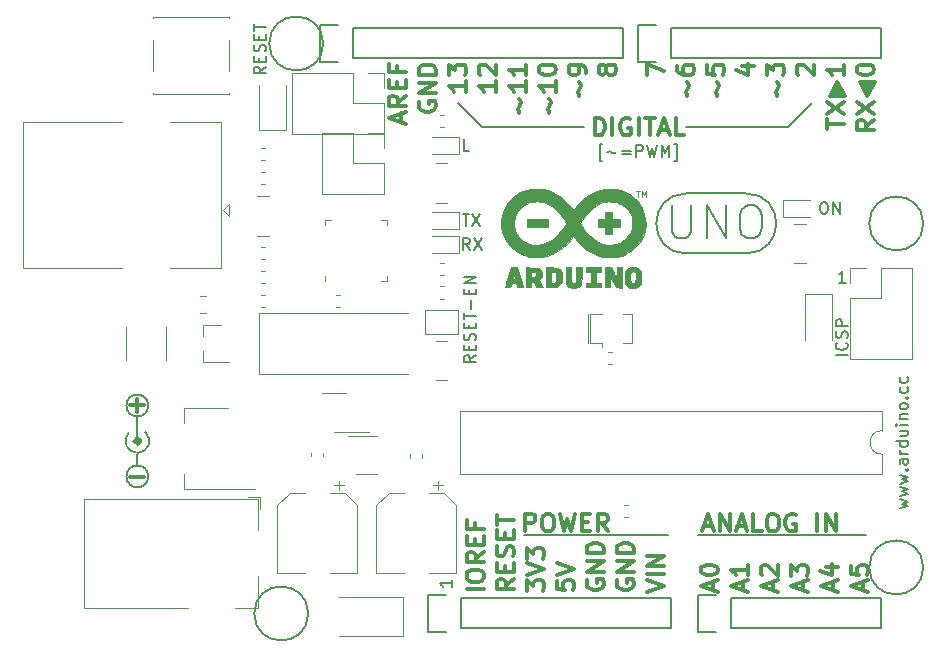
<source format=gbr>
G04 #@! TF.GenerationSoftware,KiCad,Pcbnew,5.0.2-bee76a0~70~ubuntu18.04.1*
G04 #@! TF.CreationDate,2018-12-20T19:54:29+08:00*
G04 #@! TF.ProjectId,arduino-uno,61726475-696e-46f2-9d75-6e6f2e6b6963,rev?*
G04 #@! TF.SameCoordinates,Original*
G04 #@! TF.FileFunction,Legend,Top*
G04 #@! TF.FilePolarity,Positive*
%FSLAX46Y46*%
G04 Gerber Fmt 4.6, Leading zero omitted, Abs format (unit mm)*
G04 Created by KiCad (PCBNEW 5.0.2-bee76a0~70~ubuntu18.04.1) date 2018年12月20日 星期四 19时54分29秒*
%MOMM*%
%LPD*%
G01*
G04 APERTURE LIST*
%ADD10C,0.150000*%
%ADD11C,0.300000*%
%ADD12C,0.010000*%
%ADD13C,0.120000*%
%ADD14C,0.500000*%
%ADD15C,0.125000*%
G04 APERTURE END LIST*
D10*
X164338000Y-93345000D02*
X159258000Y-93345000D01*
X159258000Y-88265000D02*
X164338000Y-88265000D01*
X164338000Y-88265000D02*
G75*
G02X164338000Y-93345000I0J-2540000D01*
G01*
X158064666Y-89271666D02*
X158064666Y-91538333D01*
X158198000Y-91805000D01*
X158331333Y-91938333D01*
X158598000Y-92071666D01*
X159131333Y-92071666D01*
X159398000Y-91938333D01*
X159531333Y-91805000D01*
X159664666Y-91538333D01*
X159664666Y-89271666D01*
X160998000Y-92071666D02*
X160998000Y-89271666D01*
X162598000Y-92071666D01*
X162598000Y-89271666D01*
X164464666Y-89271666D02*
X164998000Y-89271666D01*
X165264666Y-89405000D01*
X165531333Y-89671666D01*
X165664666Y-90205000D01*
X165664666Y-91138333D01*
X165531333Y-91671666D01*
X165264666Y-91938333D01*
X164998000Y-92071666D01*
X164464666Y-92071666D01*
X164198000Y-91938333D01*
X163931333Y-91671666D01*
X163798000Y-91138333D01*
X163798000Y-90205000D01*
X163931333Y-89671666D01*
X164198000Y-89405000D01*
X164464666Y-89271666D01*
X159258000Y-93345000D02*
G75*
G02X159258000Y-88265000I0J2540000D01*
G01*
D11*
X112204571Y-112248142D02*
X113347428Y-112248142D01*
X112204571Y-106215642D02*
X113347428Y-106215642D01*
X112776000Y-106787071D02*
X112776000Y-105644214D01*
D10*
X177331714Y-114918428D02*
X177998380Y-114727952D01*
X177522190Y-114537476D01*
X177998380Y-114347000D01*
X177331714Y-114156523D01*
X177331714Y-113870809D02*
X177998380Y-113680333D01*
X177522190Y-113489857D01*
X177998380Y-113299380D01*
X177331714Y-113108904D01*
X177331714Y-112823190D02*
X177998380Y-112632714D01*
X177522190Y-112442238D01*
X177998380Y-112251761D01*
X177331714Y-112061285D01*
X177903142Y-111680333D02*
X177950761Y-111632714D01*
X177998380Y-111680333D01*
X177950761Y-111727952D01*
X177903142Y-111680333D01*
X177998380Y-111680333D01*
X177998380Y-110775571D02*
X177474571Y-110775571D01*
X177379333Y-110823190D01*
X177331714Y-110918428D01*
X177331714Y-111108904D01*
X177379333Y-111204142D01*
X177950761Y-110775571D02*
X177998380Y-110870809D01*
X177998380Y-111108904D01*
X177950761Y-111204142D01*
X177855523Y-111251761D01*
X177760285Y-111251761D01*
X177665047Y-111204142D01*
X177617428Y-111108904D01*
X177617428Y-110870809D01*
X177569809Y-110775571D01*
X177998380Y-110299380D02*
X177331714Y-110299380D01*
X177522190Y-110299380D02*
X177426952Y-110251761D01*
X177379333Y-110204142D01*
X177331714Y-110108904D01*
X177331714Y-110013666D01*
X177998380Y-109251761D02*
X176998380Y-109251761D01*
X177950761Y-109251761D02*
X177998380Y-109347000D01*
X177998380Y-109537476D01*
X177950761Y-109632714D01*
X177903142Y-109680333D01*
X177807904Y-109727952D01*
X177522190Y-109727952D01*
X177426952Y-109680333D01*
X177379333Y-109632714D01*
X177331714Y-109537476D01*
X177331714Y-109347000D01*
X177379333Y-109251761D01*
X177331714Y-108347000D02*
X177998380Y-108347000D01*
X177331714Y-108775571D02*
X177855523Y-108775571D01*
X177950761Y-108727952D01*
X177998380Y-108632714D01*
X177998380Y-108489857D01*
X177950761Y-108394619D01*
X177903142Y-108347000D01*
X177998380Y-107870809D02*
X177331714Y-107870809D01*
X176998380Y-107870809D02*
X177046000Y-107918428D01*
X177093619Y-107870809D01*
X177046000Y-107823190D01*
X176998380Y-107870809D01*
X177093619Y-107870809D01*
X177331714Y-107394619D02*
X177998380Y-107394619D01*
X177426952Y-107394619D02*
X177379333Y-107347000D01*
X177331714Y-107251761D01*
X177331714Y-107108904D01*
X177379333Y-107013666D01*
X177474571Y-106966047D01*
X177998380Y-106966047D01*
X177998380Y-106347000D02*
X177950761Y-106442238D01*
X177903142Y-106489857D01*
X177807904Y-106537476D01*
X177522190Y-106537476D01*
X177426952Y-106489857D01*
X177379333Y-106442238D01*
X177331714Y-106347000D01*
X177331714Y-106204142D01*
X177379333Y-106108904D01*
X177426952Y-106061285D01*
X177522190Y-106013666D01*
X177807904Y-106013666D01*
X177903142Y-106061285D01*
X177950761Y-106108904D01*
X177998380Y-106204142D01*
X177998380Y-106347000D01*
X177903142Y-105585095D02*
X177950761Y-105537476D01*
X177998380Y-105585095D01*
X177950761Y-105632714D01*
X177903142Y-105585095D01*
X177998380Y-105585095D01*
X177950761Y-104680333D02*
X177998380Y-104775571D01*
X177998380Y-104966047D01*
X177950761Y-105061285D01*
X177903142Y-105108904D01*
X177807904Y-105156523D01*
X177522190Y-105156523D01*
X177426952Y-105108904D01*
X177379333Y-105061285D01*
X177331714Y-104966047D01*
X177331714Y-104775571D01*
X177379333Y-104680333D01*
X177950761Y-103823190D02*
X177998380Y-103918428D01*
X177998380Y-104108904D01*
X177950761Y-104204142D01*
X177903142Y-104251761D01*
X177807904Y-104299380D01*
X177522190Y-104299380D01*
X177426952Y-104251761D01*
X177379333Y-104204142D01*
X177331714Y-104108904D01*
X177331714Y-103918428D01*
X177379333Y-103823190D01*
X172751714Y-95829380D02*
X172180285Y-95829380D01*
X172466000Y-95829380D02*
X172466000Y-94829380D01*
X172370761Y-94972238D01*
X172275523Y-95067476D01*
X172180285Y-95115095D01*
X152170190Y-85494714D02*
X151932095Y-85494714D01*
X151932095Y-84066142D01*
X152170190Y-84066142D01*
X152551142Y-84780428D02*
X152598761Y-84732809D01*
X152741619Y-84685190D01*
X152884476Y-84732809D01*
X152979714Y-84828047D01*
X153122571Y-84875666D01*
X153265428Y-84828047D01*
X153313047Y-84780428D01*
X153789238Y-84637571D02*
X154551142Y-84637571D01*
X154551142Y-84923285D02*
X153789238Y-84923285D01*
X155027333Y-85161380D02*
X155027333Y-84161380D01*
X155408285Y-84161380D01*
X155503523Y-84209000D01*
X155551142Y-84256619D01*
X155598761Y-84351857D01*
X155598761Y-84494714D01*
X155551142Y-84589952D01*
X155503523Y-84637571D01*
X155408285Y-84685190D01*
X155027333Y-84685190D01*
X155932095Y-84161380D02*
X156170190Y-85161380D01*
X156360666Y-84447095D01*
X156551142Y-85161380D01*
X156789238Y-84161380D01*
X157170190Y-85161380D02*
X157170190Y-84161380D01*
X157503523Y-84875666D01*
X157836857Y-84161380D01*
X157836857Y-85161380D01*
X158217809Y-85494714D02*
X158455904Y-85494714D01*
X158455904Y-84066142D01*
X158217809Y-84066142D01*
X159258000Y-82677000D02*
X167894000Y-82677000D01*
X167894000Y-82677000D02*
X169926000Y-80645000D01*
D11*
X151515428Y-83355571D02*
X151515428Y-81855571D01*
X151872571Y-81855571D01*
X152086857Y-81927000D01*
X152229714Y-82069857D01*
X152301142Y-82212714D01*
X152372571Y-82498428D01*
X152372571Y-82712714D01*
X152301142Y-82998428D01*
X152229714Y-83141285D01*
X152086857Y-83284142D01*
X151872571Y-83355571D01*
X151515428Y-83355571D01*
X153015428Y-83355571D02*
X153015428Y-81855571D01*
X154515428Y-81927000D02*
X154372571Y-81855571D01*
X154158285Y-81855571D01*
X153944000Y-81927000D01*
X153801142Y-82069857D01*
X153729714Y-82212714D01*
X153658285Y-82498428D01*
X153658285Y-82712714D01*
X153729714Y-82998428D01*
X153801142Y-83141285D01*
X153944000Y-83284142D01*
X154158285Y-83355571D01*
X154301142Y-83355571D01*
X154515428Y-83284142D01*
X154586857Y-83212714D01*
X154586857Y-82712714D01*
X154301142Y-82712714D01*
X155229714Y-83355571D02*
X155229714Y-81855571D01*
X155729714Y-81855571D02*
X156586857Y-81855571D01*
X156158285Y-83355571D02*
X156158285Y-81855571D01*
X157015428Y-82927000D02*
X157729714Y-82927000D01*
X156872571Y-83355571D02*
X157372571Y-81855571D01*
X157872571Y-83355571D01*
X159086857Y-83355571D02*
X158372571Y-83355571D01*
X158372571Y-81855571D01*
D10*
X141986000Y-82677000D02*
X150622000Y-82677000D01*
X139954000Y-80645000D02*
X141986000Y-82677000D01*
D11*
X175176571Y-82062143D02*
X174462285Y-82562143D01*
X175176571Y-82919286D02*
X173676571Y-82919286D01*
X173676571Y-82347857D01*
X173748000Y-82205000D01*
X173819428Y-82133571D01*
X173962285Y-82062143D01*
X174176571Y-82062143D01*
X174319428Y-82133571D01*
X174390857Y-82205000D01*
X174462285Y-82347857D01*
X174462285Y-82919286D01*
X173676571Y-81562143D02*
X175176571Y-80562143D01*
X173676571Y-80562143D02*
X175176571Y-81562143D01*
X175176571Y-78919286D02*
X174033714Y-78919286D01*
X175105142Y-78990714D02*
X174105142Y-78990714D01*
X175105142Y-79062143D02*
X174105142Y-79062143D01*
X175033714Y-79133571D02*
X174176571Y-79133571D01*
X175033714Y-79205000D02*
X174176571Y-79205000D01*
X174962285Y-79276428D02*
X174248000Y-79276428D01*
X174962285Y-79347857D02*
X174248000Y-79347857D01*
X174890857Y-79419286D02*
X174319428Y-79419286D01*
X174819428Y-79490714D02*
X174390857Y-79490714D01*
X174819428Y-79562143D02*
X174390857Y-79562143D01*
X174748000Y-79633571D02*
X174462285Y-79633571D01*
X174748000Y-79705000D02*
X174462285Y-79705000D01*
X174605142Y-79776428D02*
X174605142Y-79847857D01*
X174676571Y-79776428D02*
X174533714Y-79776428D01*
X175176571Y-78847857D02*
X174605142Y-79919286D01*
X174033714Y-78847857D01*
X174605142Y-79990714D02*
X173962285Y-78847857D01*
X175248000Y-78847857D01*
X174605142Y-79990714D01*
X173676571Y-77847857D02*
X173676571Y-77705000D01*
X173748000Y-77562143D01*
X173819428Y-77490714D01*
X173962285Y-77419286D01*
X174248000Y-77347857D01*
X174605142Y-77347857D01*
X174890857Y-77419286D01*
X175033714Y-77490714D01*
X175105142Y-77562143D01*
X175176571Y-77705000D01*
X175176571Y-77847857D01*
X175105142Y-77990714D01*
X175033714Y-78062143D01*
X174890857Y-78133571D01*
X174605142Y-78205000D01*
X174248000Y-78205000D01*
X173962285Y-78133571D01*
X173819428Y-78062143D01*
X173748000Y-77990714D01*
X173676571Y-77847857D01*
X171136571Y-82776429D02*
X171136571Y-81919286D01*
X172636571Y-82347857D02*
X171136571Y-82347857D01*
X171136571Y-81562143D02*
X172636571Y-80562143D01*
X171136571Y-80562143D02*
X172636571Y-81562143D01*
X171493714Y-79919286D02*
X172636571Y-79919286D01*
X171565142Y-79847857D02*
X172565142Y-79847857D01*
X171565142Y-79776429D02*
X172565142Y-79776429D01*
X171636571Y-79705000D02*
X172493714Y-79705000D01*
X171636571Y-79633572D02*
X172493714Y-79633572D01*
X171708000Y-79562143D02*
X172422285Y-79562143D01*
X171708000Y-79490715D02*
X172422285Y-79490715D01*
X171779428Y-79419286D02*
X172350857Y-79419286D01*
X171850857Y-79347857D02*
X172279428Y-79347857D01*
X171850857Y-79276429D02*
X172279428Y-79276429D01*
X171922285Y-79205000D02*
X172208000Y-79205000D01*
X171922285Y-79133572D02*
X172208000Y-79133572D01*
X172065142Y-79062143D02*
X172065142Y-78990715D01*
X171993714Y-79062143D02*
X172136571Y-79062143D01*
X171493714Y-79990715D02*
X172065142Y-78919286D01*
X172636571Y-79990715D01*
X172065142Y-78847857D02*
X172708000Y-79990715D01*
X171422285Y-79990715D01*
X172065142Y-78847857D01*
X172636571Y-77347857D02*
X172636571Y-78205000D01*
X172636571Y-77776429D02*
X171136571Y-77776429D01*
X171350857Y-77919286D01*
X171493714Y-78062143D01*
X171565142Y-78205000D01*
X168739428Y-78205000D02*
X168668000Y-78133571D01*
X168596571Y-77990714D01*
X168596571Y-77633571D01*
X168668000Y-77490714D01*
X168739428Y-77419286D01*
X168882285Y-77347857D01*
X169025142Y-77347857D01*
X169239428Y-77419286D01*
X170096571Y-78276429D01*
X170096571Y-77347857D01*
X166985142Y-79990714D02*
X166913714Y-79919285D01*
X166842285Y-79705000D01*
X166913714Y-79490714D01*
X167056571Y-79347857D01*
X167128000Y-79133571D01*
X167056571Y-78919285D01*
X166985142Y-78847857D01*
X166056571Y-78276428D02*
X166056571Y-77347857D01*
X166628000Y-77847857D01*
X166628000Y-77633571D01*
X166699428Y-77490714D01*
X166770857Y-77419285D01*
X166913714Y-77347857D01*
X167270857Y-77347857D01*
X167413714Y-77419285D01*
X167485142Y-77490714D01*
X167556571Y-77633571D01*
X167556571Y-78062142D01*
X167485142Y-78205000D01*
X167413714Y-78276428D01*
X164016571Y-77490714D02*
X165016571Y-77490714D01*
X163445142Y-77847857D02*
X164516571Y-78205000D01*
X164516571Y-77276429D01*
X161905142Y-79990714D02*
X161833714Y-79919285D01*
X161762285Y-79705000D01*
X161833714Y-79490714D01*
X161976571Y-79347857D01*
X162048000Y-79133571D01*
X161976571Y-78919285D01*
X161905142Y-78847857D01*
X160976571Y-77419285D02*
X160976571Y-78133571D01*
X161690857Y-78205000D01*
X161619428Y-78133571D01*
X161548000Y-77990714D01*
X161548000Y-77633571D01*
X161619428Y-77490714D01*
X161690857Y-77419285D01*
X161833714Y-77347857D01*
X162190857Y-77347857D01*
X162333714Y-77419285D01*
X162405142Y-77490714D01*
X162476571Y-77633571D01*
X162476571Y-77990714D01*
X162405142Y-78133571D01*
X162333714Y-78205000D01*
X159365142Y-79990714D02*
X159293714Y-79919285D01*
X159222285Y-79705000D01*
X159293714Y-79490714D01*
X159436571Y-79347857D01*
X159508000Y-79133571D01*
X159436571Y-78919285D01*
X159365142Y-78847857D01*
X158436571Y-77490714D02*
X158436571Y-77776428D01*
X158508000Y-77919285D01*
X158579428Y-77990714D01*
X158793714Y-78133571D01*
X159079428Y-78205000D01*
X159650857Y-78205000D01*
X159793714Y-78133571D01*
X159865142Y-78062142D01*
X159936571Y-77919285D01*
X159936571Y-77633571D01*
X159865142Y-77490714D01*
X159793714Y-77419285D01*
X159650857Y-77347857D01*
X159293714Y-77347857D01*
X159150857Y-77419285D01*
X159079428Y-77490714D01*
X159008000Y-77633571D01*
X159008000Y-77919285D01*
X159079428Y-78062142D01*
X159150857Y-78133571D01*
X159293714Y-78205000D01*
X155896571Y-78276429D02*
X155896571Y-77276429D01*
X157396571Y-77919286D01*
X152475428Y-77919286D02*
X152404000Y-78062143D01*
X152332571Y-78133571D01*
X152189714Y-78205000D01*
X152118285Y-78205000D01*
X151975428Y-78133571D01*
X151904000Y-78062143D01*
X151832571Y-77919286D01*
X151832571Y-77633571D01*
X151904000Y-77490714D01*
X151975428Y-77419286D01*
X152118285Y-77347857D01*
X152189714Y-77347857D01*
X152332571Y-77419286D01*
X152404000Y-77490714D01*
X152475428Y-77633571D01*
X152475428Y-77919286D01*
X152546857Y-78062143D01*
X152618285Y-78133571D01*
X152761142Y-78205000D01*
X153046857Y-78205000D01*
X153189714Y-78133571D01*
X153261142Y-78062143D01*
X153332571Y-77919286D01*
X153332571Y-77633571D01*
X153261142Y-77490714D01*
X153189714Y-77419286D01*
X153046857Y-77347857D01*
X152761142Y-77347857D01*
X152618285Y-77419286D01*
X152546857Y-77490714D01*
X152475428Y-77633571D01*
X150221142Y-79990714D02*
X150149714Y-79919285D01*
X150078285Y-79705000D01*
X150149714Y-79490714D01*
X150292571Y-79347857D01*
X150364000Y-79133571D01*
X150292571Y-78919285D01*
X150221142Y-78847857D01*
X150792571Y-78062142D02*
X150792571Y-77776428D01*
X150721142Y-77633571D01*
X150649714Y-77562142D01*
X150435428Y-77419285D01*
X150149714Y-77347857D01*
X149578285Y-77347857D01*
X149435428Y-77419285D01*
X149364000Y-77490714D01*
X149292571Y-77633571D01*
X149292571Y-77919285D01*
X149364000Y-78062142D01*
X149435428Y-78133571D01*
X149578285Y-78205000D01*
X149935428Y-78205000D01*
X150078285Y-78133571D01*
X150149714Y-78062142D01*
X150221142Y-77919285D01*
X150221142Y-77633571D01*
X150149714Y-77490714D01*
X150078285Y-77419285D01*
X149935428Y-77347857D01*
X147681142Y-81419286D02*
X147609714Y-81347857D01*
X147538285Y-81133571D01*
X147609714Y-80919286D01*
X147752571Y-80776428D01*
X147824000Y-80562143D01*
X147752571Y-80347857D01*
X147681142Y-80276428D01*
X148252571Y-78776428D02*
X148252571Y-79633571D01*
X148252571Y-79205000D02*
X146752571Y-79205000D01*
X146966857Y-79347857D01*
X147109714Y-79490714D01*
X147181142Y-79633571D01*
X146752571Y-77847857D02*
X146752571Y-77705000D01*
X146824000Y-77562143D01*
X146895428Y-77490714D01*
X147038285Y-77419286D01*
X147324000Y-77347857D01*
X147681142Y-77347857D01*
X147966857Y-77419286D01*
X148109714Y-77490714D01*
X148181142Y-77562143D01*
X148252571Y-77705000D01*
X148252571Y-77847857D01*
X148181142Y-77990714D01*
X148109714Y-78062143D01*
X147966857Y-78133571D01*
X147681142Y-78205000D01*
X147324000Y-78205000D01*
X147038285Y-78133571D01*
X146895428Y-78062143D01*
X146824000Y-77990714D01*
X146752571Y-77847857D01*
X145141142Y-81419286D02*
X145069714Y-81347857D01*
X144998285Y-81133571D01*
X145069714Y-80919286D01*
X145212571Y-80776428D01*
X145284000Y-80562143D01*
X145212571Y-80347857D01*
X145141142Y-80276428D01*
X145712571Y-78776428D02*
X145712571Y-79633571D01*
X145712571Y-79205000D02*
X144212571Y-79205000D01*
X144426857Y-79347857D01*
X144569714Y-79490714D01*
X144641142Y-79633571D01*
X145712571Y-77347857D02*
X145712571Y-78205000D01*
X145712571Y-77776428D02*
X144212571Y-77776428D01*
X144426857Y-77919286D01*
X144569714Y-78062143D01*
X144641142Y-78205000D01*
X143172571Y-78776429D02*
X143172571Y-79633572D01*
X143172571Y-79205000D02*
X141672571Y-79205000D01*
X141886857Y-79347857D01*
X142029714Y-79490715D01*
X142101142Y-79633572D01*
X141815428Y-78205000D02*
X141744000Y-78133572D01*
X141672571Y-77990715D01*
X141672571Y-77633572D01*
X141744000Y-77490715D01*
X141815428Y-77419286D01*
X141958285Y-77347857D01*
X142101142Y-77347857D01*
X142315428Y-77419286D01*
X143172571Y-78276429D01*
X143172571Y-77347857D01*
X140632571Y-78776429D02*
X140632571Y-79633572D01*
X140632571Y-79205000D02*
X139132571Y-79205000D01*
X139346857Y-79347857D01*
X139489714Y-79490715D01*
X139561142Y-79633572D01*
X139132571Y-78276429D02*
X139132571Y-77347857D01*
X139704000Y-77847857D01*
X139704000Y-77633572D01*
X139775428Y-77490715D01*
X139846857Y-77419286D01*
X139989714Y-77347857D01*
X140346857Y-77347857D01*
X140489714Y-77419286D01*
X140561142Y-77490715D01*
X140632571Y-77633572D01*
X140632571Y-78062143D01*
X140561142Y-78205000D01*
X140489714Y-78276429D01*
X136664000Y-80490715D02*
X136592571Y-80633572D01*
X136592571Y-80847858D01*
X136664000Y-81062143D01*
X136806857Y-81205000D01*
X136949714Y-81276429D01*
X137235428Y-81347858D01*
X137449714Y-81347858D01*
X137735428Y-81276429D01*
X137878285Y-81205000D01*
X138021142Y-81062143D01*
X138092571Y-80847858D01*
X138092571Y-80705000D01*
X138021142Y-80490715D01*
X137949714Y-80419286D01*
X137449714Y-80419286D01*
X137449714Y-80705000D01*
X138092571Y-79776429D02*
X136592571Y-79776429D01*
X138092571Y-78919286D01*
X136592571Y-78919286D01*
X138092571Y-78205000D02*
X136592571Y-78205000D01*
X136592571Y-77847858D01*
X136664000Y-77633572D01*
X136806857Y-77490715D01*
X136949714Y-77419286D01*
X137235428Y-77347858D01*
X137449714Y-77347858D01*
X137735428Y-77419286D01*
X137878285Y-77490715D01*
X138021142Y-77633572D01*
X138092571Y-77847858D01*
X138092571Y-78205000D01*
X135124000Y-82205000D02*
X135124000Y-81490714D01*
X135552571Y-82347857D02*
X134052571Y-81847857D01*
X135552571Y-81347857D01*
X135552571Y-79990714D02*
X134838285Y-80490714D01*
X135552571Y-80847857D02*
X134052571Y-80847857D01*
X134052571Y-80276429D01*
X134124000Y-80133571D01*
X134195428Y-80062143D01*
X134338285Y-79990714D01*
X134552571Y-79990714D01*
X134695428Y-80062143D01*
X134766857Y-80133571D01*
X134838285Y-80276429D01*
X134838285Y-80847857D01*
X134766857Y-79347857D02*
X134766857Y-78847857D01*
X135552571Y-78633571D02*
X135552571Y-79347857D01*
X134052571Y-79347857D01*
X134052571Y-78633571D01*
X134766857Y-77490714D02*
X134766857Y-77990714D01*
X135552571Y-77990714D02*
X134052571Y-77990714D01*
X134052571Y-77276429D01*
D10*
X160274000Y-117221000D02*
X174498000Y-117221000D01*
D11*
X160727142Y-116455000D02*
X161441428Y-116455000D01*
X160584285Y-116883571D02*
X161084285Y-115383571D01*
X161584285Y-116883571D01*
X162084285Y-116883571D02*
X162084285Y-115383571D01*
X162941428Y-116883571D01*
X162941428Y-115383571D01*
X163584285Y-116455000D02*
X164298571Y-116455000D01*
X163441428Y-116883571D02*
X163941428Y-115383571D01*
X164441428Y-116883571D01*
X165655714Y-116883571D02*
X164941428Y-116883571D01*
X164941428Y-115383571D01*
X166441428Y-115383571D02*
X166727142Y-115383571D01*
X166870000Y-115455000D01*
X167012857Y-115597857D01*
X167084285Y-115883571D01*
X167084285Y-116383571D01*
X167012857Y-116669285D01*
X166870000Y-116812142D01*
X166727142Y-116883571D01*
X166441428Y-116883571D01*
X166298571Y-116812142D01*
X166155714Y-116669285D01*
X166084285Y-116383571D01*
X166084285Y-115883571D01*
X166155714Y-115597857D01*
X166298571Y-115455000D01*
X166441428Y-115383571D01*
X168512857Y-115455000D02*
X168370000Y-115383571D01*
X168155714Y-115383571D01*
X167941428Y-115455000D01*
X167798571Y-115597857D01*
X167727142Y-115740714D01*
X167655714Y-116026428D01*
X167655714Y-116240714D01*
X167727142Y-116526428D01*
X167798571Y-116669285D01*
X167941428Y-116812142D01*
X168155714Y-116883571D01*
X168298571Y-116883571D01*
X168512857Y-116812142D01*
X168584285Y-116740714D01*
X168584285Y-116240714D01*
X168298571Y-116240714D01*
X170370000Y-116883571D02*
X170370000Y-115383571D01*
X171084285Y-116883571D02*
X171084285Y-115383571D01*
X171941428Y-116883571D01*
X171941428Y-115383571D01*
D10*
X145542000Y-117221000D02*
X157734000Y-117221000D01*
D11*
X145633714Y-116883571D02*
X145633714Y-115383571D01*
X146205142Y-115383571D01*
X146348000Y-115455000D01*
X146419428Y-115526428D01*
X146490857Y-115669285D01*
X146490857Y-115883571D01*
X146419428Y-116026428D01*
X146348000Y-116097857D01*
X146205142Y-116169285D01*
X145633714Y-116169285D01*
X147419428Y-115383571D02*
X147705142Y-115383571D01*
X147848000Y-115455000D01*
X147990857Y-115597857D01*
X148062285Y-115883571D01*
X148062285Y-116383571D01*
X147990857Y-116669285D01*
X147848000Y-116812142D01*
X147705142Y-116883571D01*
X147419428Y-116883571D01*
X147276571Y-116812142D01*
X147133714Y-116669285D01*
X147062285Y-116383571D01*
X147062285Y-115883571D01*
X147133714Y-115597857D01*
X147276571Y-115455000D01*
X147419428Y-115383571D01*
X148562285Y-115383571D02*
X148919428Y-116883571D01*
X149205142Y-115812142D01*
X149490857Y-116883571D01*
X149848000Y-115383571D01*
X150419428Y-116097857D02*
X150919428Y-116097857D01*
X151133714Y-116883571D02*
X150419428Y-116883571D01*
X150419428Y-115383571D01*
X151133714Y-115383571D01*
X152633714Y-116883571D02*
X152133714Y-116169285D01*
X151776571Y-116883571D02*
X151776571Y-115383571D01*
X152348000Y-115383571D01*
X152490857Y-115455000D01*
X152562285Y-115526428D01*
X152633714Y-115669285D01*
X152633714Y-115883571D01*
X152562285Y-116026428D01*
X152490857Y-116097857D01*
X152348000Y-116169285D01*
X151776571Y-116169285D01*
X174240000Y-121852142D02*
X174240000Y-121137856D01*
X174668571Y-121994999D02*
X173168571Y-121494999D01*
X174668571Y-120994999D01*
X173168571Y-119780714D02*
X173168571Y-120494999D01*
X173882857Y-120566428D01*
X173811428Y-120494999D01*
X173740000Y-120352142D01*
X173740000Y-119994999D01*
X173811428Y-119852142D01*
X173882857Y-119780714D01*
X174025714Y-119709285D01*
X174382857Y-119709285D01*
X174525714Y-119780714D01*
X174597142Y-119852142D01*
X174668571Y-119994999D01*
X174668571Y-120352142D01*
X174597142Y-120494999D01*
X174525714Y-120566428D01*
X171700000Y-121852142D02*
X171700000Y-121137856D01*
X172128571Y-121994999D02*
X170628571Y-121494999D01*
X172128571Y-120994999D01*
X171128571Y-119852142D02*
X172128571Y-119852142D01*
X170557142Y-120209285D02*
X171628571Y-120566428D01*
X171628571Y-119637856D01*
X169160000Y-121852142D02*
X169160000Y-121137856D01*
X169588571Y-121994999D02*
X168088571Y-121494999D01*
X169588571Y-120994999D01*
X168088571Y-120637856D02*
X168088571Y-119709285D01*
X168660000Y-120209285D01*
X168660000Y-119994999D01*
X168731428Y-119852142D01*
X168802857Y-119780714D01*
X168945714Y-119709285D01*
X169302857Y-119709285D01*
X169445714Y-119780714D01*
X169517142Y-119852142D01*
X169588571Y-119994999D01*
X169588571Y-120423571D01*
X169517142Y-120566428D01*
X169445714Y-120637856D01*
X166620000Y-121852142D02*
X166620000Y-121137856D01*
X167048571Y-121994999D02*
X165548571Y-121494999D01*
X167048571Y-120994999D01*
X165691428Y-120566428D02*
X165620000Y-120494999D01*
X165548571Y-120352142D01*
X165548571Y-119994999D01*
X165620000Y-119852142D01*
X165691428Y-119780714D01*
X165834285Y-119709285D01*
X165977142Y-119709285D01*
X166191428Y-119780714D01*
X167048571Y-120637856D01*
X167048571Y-119709285D01*
X164080000Y-121852142D02*
X164080000Y-121137856D01*
X164508571Y-121994999D02*
X163008571Y-121494999D01*
X164508571Y-120994999D01*
X164508571Y-119709285D02*
X164508571Y-120566428D01*
X164508571Y-120137856D02*
X163008571Y-120137856D01*
X163222857Y-120280714D01*
X163365714Y-120423571D01*
X163437142Y-120566428D01*
X161540000Y-121852142D02*
X161540000Y-121137856D01*
X161968571Y-121994999D02*
X160468571Y-121494999D01*
X161968571Y-120994999D01*
X160468571Y-120209285D02*
X160468571Y-120066428D01*
X160540000Y-119923571D01*
X160611428Y-119852142D01*
X160754285Y-119780714D01*
X161040000Y-119709285D01*
X161397142Y-119709285D01*
X161682857Y-119780714D01*
X161825714Y-119852142D01*
X161897142Y-119923571D01*
X161968571Y-120066428D01*
X161968571Y-120209285D01*
X161897142Y-120352142D01*
X161825714Y-120423571D01*
X161682857Y-120494999D01*
X161397142Y-120566428D01*
X161040000Y-120566428D01*
X160754285Y-120494999D01*
X160611428Y-120423571D01*
X160540000Y-120352142D01*
X160468571Y-120209285D01*
X155896571Y-121995000D02*
X157396571Y-121495000D01*
X155896571Y-120995000D01*
X157396571Y-120495000D02*
X155896571Y-120495000D01*
X157396571Y-119780714D02*
X155896571Y-119780714D01*
X157396571Y-118923571D01*
X155896571Y-118923571D01*
X153428000Y-120995000D02*
X153356571Y-121137857D01*
X153356571Y-121352143D01*
X153428000Y-121566428D01*
X153570857Y-121709285D01*
X153713714Y-121780714D01*
X153999428Y-121852143D01*
X154213714Y-121852143D01*
X154499428Y-121780714D01*
X154642285Y-121709285D01*
X154785142Y-121566428D01*
X154856571Y-121352143D01*
X154856571Y-121209285D01*
X154785142Y-120995000D01*
X154713714Y-120923571D01*
X154213714Y-120923571D01*
X154213714Y-121209285D01*
X154856571Y-120280714D02*
X153356571Y-120280714D01*
X154856571Y-119423571D01*
X153356571Y-119423571D01*
X154856571Y-118709285D02*
X153356571Y-118709285D01*
X153356571Y-118352143D01*
X153428000Y-118137857D01*
X153570857Y-117995000D01*
X153713714Y-117923571D01*
X153999428Y-117852143D01*
X154213714Y-117852143D01*
X154499428Y-117923571D01*
X154642285Y-117995000D01*
X154785142Y-118137857D01*
X154856571Y-118352143D01*
X154856571Y-118709285D01*
X150888000Y-120995000D02*
X150816571Y-121137857D01*
X150816571Y-121352143D01*
X150888000Y-121566428D01*
X151030857Y-121709285D01*
X151173714Y-121780714D01*
X151459428Y-121852143D01*
X151673714Y-121852143D01*
X151959428Y-121780714D01*
X152102285Y-121709285D01*
X152245142Y-121566428D01*
X152316571Y-121352143D01*
X152316571Y-121209285D01*
X152245142Y-120995000D01*
X152173714Y-120923571D01*
X151673714Y-120923571D01*
X151673714Y-121209285D01*
X152316571Y-120280714D02*
X150816571Y-120280714D01*
X152316571Y-119423571D01*
X150816571Y-119423571D01*
X152316571Y-118709285D02*
X150816571Y-118709285D01*
X150816571Y-118352143D01*
X150888000Y-118137857D01*
X151030857Y-117995000D01*
X151173714Y-117923571D01*
X151459428Y-117852143D01*
X151673714Y-117852143D01*
X151959428Y-117923571D01*
X152102285Y-117995000D01*
X152245142Y-118137857D01*
X152316571Y-118352143D01*
X152316571Y-118709285D01*
X148276571Y-121066428D02*
X148276571Y-121780714D01*
X148990857Y-121852142D01*
X148919428Y-121780714D01*
X148848000Y-121637856D01*
X148848000Y-121280714D01*
X148919428Y-121137856D01*
X148990857Y-121066428D01*
X149133714Y-120994999D01*
X149490857Y-120994999D01*
X149633714Y-121066428D01*
X149705142Y-121137856D01*
X149776571Y-121280714D01*
X149776571Y-121637856D01*
X149705142Y-121780714D01*
X149633714Y-121852142D01*
X148276571Y-120566428D02*
X149776571Y-120066428D01*
X148276571Y-119566428D01*
X145736571Y-121923571D02*
X145736571Y-120995000D01*
X146308000Y-121495000D01*
X146308000Y-121280714D01*
X146379428Y-121137857D01*
X146450857Y-121066429D01*
X146593714Y-120995000D01*
X146950857Y-120995000D01*
X147093714Y-121066429D01*
X147165142Y-121137857D01*
X147236571Y-121280714D01*
X147236571Y-121709286D01*
X147165142Y-121852143D01*
X147093714Y-121923571D01*
X145736571Y-120566429D02*
X147236571Y-120066429D01*
X145736571Y-119566429D01*
X145736571Y-119209286D02*
X145736571Y-118280714D01*
X146308000Y-118780714D01*
X146308000Y-118566429D01*
X146379428Y-118423571D01*
X146450857Y-118352143D01*
X146593714Y-118280714D01*
X146950857Y-118280714D01*
X147093714Y-118352143D01*
X147165142Y-118423571D01*
X147236571Y-118566429D01*
X147236571Y-118995000D01*
X147165142Y-119137857D01*
X147093714Y-119209286D01*
X144696571Y-120923571D02*
X143982285Y-121423571D01*
X144696571Y-121780714D02*
X143196571Y-121780714D01*
X143196571Y-121209285D01*
X143268000Y-121066428D01*
X143339428Y-120995000D01*
X143482285Y-120923571D01*
X143696571Y-120923571D01*
X143839428Y-120995000D01*
X143910857Y-121066428D01*
X143982285Y-121209285D01*
X143982285Y-121780714D01*
X143910857Y-120280714D02*
X143910857Y-119780714D01*
X144696571Y-119566428D02*
X144696571Y-120280714D01*
X143196571Y-120280714D01*
X143196571Y-119566428D01*
X144625142Y-118995000D02*
X144696571Y-118780714D01*
X144696571Y-118423571D01*
X144625142Y-118280714D01*
X144553714Y-118209285D01*
X144410857Y-118137857D01*
X144268000Y-118137857D01*
X144125142Y-118209285D01*
X144053714Y-118280714D01*
X143982285Y-118423571D01*
X143910857Y-118709285D01*
X143839428Y-118852142D01*
X143768000Y-118923571D01*
X143625142Y-118995000D01*
X143482285Y-118995000D01*
X143339428Y-118923571D01*
X143268000Y-118852142D01*
X143196571Y-118709285D01*
X143196571Y-118352142D01*
X143268000Y-118137857D01*
X143910857Y-117495000D02*
X143910857Y-116995000D01*
X144696571Y-116780714D02*
X144696571Y-117495000D01*
X143196571Y-117495000D01*
X143196571Y-116780714D01*
X143196571Y-116352142D02*
X143196571Y-115495000D01*
X144696571Y-115923571D02*
X143196571Y-115923571D01*
X142156571Y-121780714D02*
X140656571Y-121780714D01*
X140656571Y-120780714D02*
X140656571Y-120495000D01*
X140728000Y-120352143D01*
X140870857Y-120209286D01*
X141156571Y-120137857D01*
X141656571Y-120137857D01*
X141942285Y-120209286D01*
X142085142Y-120352143D01*
X142156571Y-120495000D01*
X142156571Y-120780714D01*
X142085142Y-120923572D01*
X141942285Y-121066429D01*
X141656571Y-121137857D01*
X141156571Y-121137857D01*
X140870857Y-121066429D01*
X140728000Y-120923572D01*
X140656571Y-120780714D01*
X142156571Y-118637857D02*
X141442285Y-119137857D01*
X142156571Y-119495000D02*
X140656571Y-119495000D01*
X140656571Y-118923572D01*
X140728000Y-118780714D01*
X140799428Y-118709286D01*
X140942285Y-118637857D01*
X141156571Y-118637857D01*
X141299428Y-118709286D01*
X141370857Y-118780714D01*
X141442285Y-118923572D01*
X141442285Y-119495000D01*
X141370857Y-117995000D02*
X141370857Y-117495000D01*
X142156571Y-117280714D02*
X142156571Y-117995000D01*
X140656571Y-117995000D01*
X140656571Y-117280714D01*
X141370857Y-116137857D02*
X141370857Y-116637857D01*
X142156571Y-116637857D02*
X140656571Y-116637857D01*
X140656571Y-115923572D01*
D10*
X139390380Y-120999285D02*
X139390380Y-121570714D01*
X139390380Y-121285000D02*
X138390380Y-121285000D01*
X138533238Y-121380238D01*
X138628476Y-121475476D01*
X138676095Y-121570714D01*
D12*
G04 #@! TO.C,G1*
G36*
X152992666Y-90466333D02*
X153627666Y-90466333D01*
X153627666Y-91101333D01*
X152992666Y-91101333D01*
X152992666Y-91694000D01*
X152400000Y-91694000D01*
X152400000Y-91101333D01*
X151765000Y-91101333D01*
X151765000Y-90466333D01*
X152400000Y-90466333D01*
X152400000Y-89873667D01*
X152992666Y-89873667D01*
X152992666Y-90466333D01*
X152992666Y-90466333D01*
G37*
X152992666Y-90466333D02*
X153627666Y-90466333D01*
X153627666Y-91101333D01*
X152992666Y-91101333D01*
X152992666Y-91694000D01*
X152400000Y-91694000D01*
X152400000Y-91101333D01*
X151765000Y-91101333D01*
X151765000Y-90466333D01*
X152400000Y-90466333D01*
X152400000Y-89873667D01*
X152992666Y-89873667D01*
X152992666Y-90466333D01*
G36*
X147574000Y-91101333D02*
X145753666Y-91101333D01*
X145753666Y-90466333D01*
X147574000Y-90466333D01*
X147574000Y-91101333D01*
X147574000Y-91101333D01*
G37*
X147574000Y-91101333D02*
X145753666Y-91101333D01*
X145753666Y-90466333D01*
X147574000Y-90466333D01*
X147574000Y-91101333D01*
G36*
X147105047Y-87893714D02*
X147587592Y-88009613D01*
X148059765Y-88200362D01*
X148513892Y-88466260D01*
X148678600Y-88585891D01*
X148821186Y-88705622D01*
X148988278Y-88861628D01*
X149163385Y-89036735D01*
X149330018Y-89213768D01*
X149471687Y-89375550D01*
X149571901Y-89504906D01*
X149594341Y-89539696D01*
X149649244Y-89622021D01*
X149686978Y-89659986D01*
X149689210Y-89660297D01*
X149723437Y-89627930D01*
X149793318Y-89543884D01*
X149884899Y-89425092D01*
X149902333Y-89401701D01*
X150245354Y-88999417D01*
X150635021Y-88649042D01*
X151061151Y-88355654D01*
X151513562Y-88124335D01*
X151982070Y-87960164D01*
X152456494Y-87868223D01*
X152926650Y-87853591D01*
X152995760Y-87858344D01*
X153333177Y-87900342D01*
X153640446Y-87972829D01*
X153950828Y-88085319D01*
X154219413Y-88208389D01*
X154430946Y-88319122D01*
X154603141Y-88429119D01*
X154765885Y-88560086D01*
X154949062Y-88733729D01*
X154966127Y-88750746D01*
X155139962Y-88931819D01*
X155269118Y-89088066D01*
X155374388Y-89248347D01*
X155476564Y-89441523D01*
X155502715Y-89495523D01*
X155689002Y-89963733D01*
X155792970Y-90422410D01*
X155815167Y-90879392D01*
X155756138Y-91342517D01*
X155656862Y-91704704D01*
X155483370Y-92099482D01*
X155238223Y-92475263D01*
X154934305Y-92817703D01*
X154584499Y-93112456D01*
X154201690Y-93345178D01*
X154169191Y-93361087D01*
X153789439Y-93521963D01*
X153431445Y-93623326D01*
X153063801Y-93671556D01*
X152655098Y-93673032D01*
X152637207Y-93672196D01*
X152113996Y-93609218D01*
X151624425Y-93470617D01*
X151158649Y-93253074D01*
X150881550Y-93079875D01*
X150690878Y-92933202D01*
X150473145Y-92740572D01*
X150251349Y-92524308D01*
X150048490Y-92306734D01*
X149901018Y-92128119D01*
X149700532Y-91863739D01*
X149517171Y-92106953D01*
X149210925Y-92467097D01*
X148860365Y-92800379D01*
X148484263Y-93091630D01*
X148101393Y-93325680D01*
X147877406Y-93431854D01*
X147479777Y-93563833D01*
X147047017Y-93647669D01*
X146605997Y-93680743D01*
X146183588Y-93660438D01*
X145944166Y-93620195D01*
X145499958Y-93492416D01*
X145109353Y-93314905D01*
X144751353Y-93076051D01*
X144415510Y-92774895D01*
X144092229Y-92392768D01*
X143844940Y-91974122D01*
X143674513Y-91520481D01*
X143654214Y-91443868D01*
X143609388Y-91169813D01*
X143594109Y-90848123D01*
X143602294Y-90631490D01*
X144660710Y-90631490D01*
X144668182Y-90985958D01*
X144746391Y-91323589D01*
X144888391Y-91637252D01*
X145087235Y-91919812D01*
X145335977Y-92164138D01*
X145627673Y-92363097D01*
X145955376Y-92509555D01*
X146312141Y-92596380D01*
X146691021Y-92616440D01*
X146986138Y-92583263D01*
X147131065Y-92544237D01*
X147317003Y-92477231D01*
X147510547Y-92394650D01*
X147568839Y-92366859D01*
X147887502Y-92175534D01*
X148207462Y-91919512D01*
X148509480Y-91616236D01*
X148774316Y-91283149D01*
X148791480Y-91258418D01*
X148921321Y-91069963D01*
X149008095Y-90934429D01*
X149053660Y-90832971D01*
X149058196Y-90770029D01*
X150288646Y-90770029D01*
X150421056Y-90988598D01*
X150721171Y-91425837D01*
X151054030Y-91804549D01*
X151411194Y-92116414D01*
X151784225Y-92353110D01*
X151826375Y-92374452D01*
X152190848Y-92526175D01*
X152533838Y-92606355D01*
X152874784Y-92617569D01*
X153233124Y-92562396D01*
X153236894Y-92561510D01*
X153626668Y-92428959D01*
X153969429Y-92228225D01*
X154259594Y-91963686D01*
X154491578Y-91639719D01*
X154548028Y-91533553D01*
X154619468Y-91384779D01*
X154665536Y-91268483D01*
X154691785Y-91157799D01*
X154703770Y-91025865D01*
X154707048Y-90845815D01*
X154707166Y-90763972D01*
X154705431Y-90558040D01*
X154696861Y-90410595D01*
X154676412Y-90295477D01*
X154639038Y-90186525D01*
X154579694Y-90057578D01*
X154565250Y-90028114D01*
X154353416Y-89692375D01*
X154074441Y-89405637D01*
X153733648Y-89173110D01*
X153644035Y-89126337D01*
X153488802Y-89052394D01*
X153364393Y-89004217D01*
X153242703Y-88975385D01*
X153095629Y-88959474D01*
X152895066Y-88950063D01*
X152868699Y-88949154D01*
X152643380Y-88944891D01*
X152473990Y-88951935D01*
X152332196Y-88973310D01*
X152189666Y-89012042D01*
X152146000Y-89026332D01*
X151738322Y-89206673D01*
X151349715Y-89465557D01*
X150985955Y-89797910D01*
X150652821Y-90198660D01*
X150432799Y-90530639D01*
X150288646Y-90770029D01*
X149058196Y-90770029D01*
X149059874Y-90746745D01*
X149028596Y-90656907D01*
X148961684Y-90544614D01*
X148874912Y-90412424D01*
X148571790Y-89999881D01*
X148241183Y-89645975D01*
X147891133Y-89357503D01*
X147529685Y-89141260D01*
X147230183Y-89022531D01*
X146934496Y-88961249D01*
X146609945Y-88941634D01*
X146285215Y-88962455D01*
X145988987Y-89022485D01*
X145823377Y-89082823D01*
X145452365Y-89291759D01*
X145148854Y-89549601D01*
X144914552Y-89854495D01*
X144751169Y-90204592D01*
X144730919Y-90267318D01*
X144660710Y-90631490D01*
X143602294Y-90631490D01*
X143606919Y-90509108D01*
X143646360Y-90183073D01*
X143710974Y-89900327D01*
X143731470Y-89838335D01*
X143887969Y-89469174D01*
X144081190Y-89148984D01*
X144330668Y-88847053D01*
X144421587Y-88753254D01*
X144805254Y-88426394D01*
X145224581Y-88172574D01*
X145671896Y-87992094D01*
X146139526Y-87885256D01*
X146619801Y-87852362D01*
X147105047Y-87893714D01*
X147105047Y-87893714D01*
G37*
X147105047Y-87893714D02*
X147587592Y-88009613D01*
X148059765Y-88200362D01*
X148513892Y-88466260D01*
X148678600Y-88585891D01*
X148821186Y-88705622D01*
X148988278Y-88861628D01*
X149163385Y-89036735D01*
X149330018Y-89213768D01*
X149471687Y-89375550D01*
X149571901Y-89504906D01*
X149594341Y-89539696D01*
X149649244Y-89622021D01*
X149686978Y-89659986D01*
X149689210Y-89660297D01*
X149723437Y-89627930D01*
X149793318Y-89543884D01*
X149884899Y-89425092D01*
X149902333Y-89401701D01*
X150245354Y-88999417D01*
X150635021Y-88649042D01*
X151061151Y-88355654D01*
X151513562Y-88124335D01*
X151982070Y-87960164D01*
X152456494Y-87868223D01*
X152926650Y-87853591D01*
X152995760Y-87858344D01*
X153333177Y-87900342D01*
X153640446Y-87972829D01*
X153950828Y-88085319D01*
X154219413Y-88208389D01*
X154430946Y-88319122D01*
X154603141Y-88429119D01*
X154765885Y-88560086D01*
X154949062Y-88733729D01*
X154966127Y-88750746D01*
X155139962Y-88931819D01*
X155269118Y-89088066D01*
X155374388Y-89248347D01*
X155476564Y-89441523D01*
X155502715Y-89495523D01*
X155689002Y-89963733D01*
X155792970Y-90422410D01*
X155815167Y-90879392D01*
X155756138Y-91342517D01*
X155656862Y-91704704D01*
X155483370Y-92099482D01*
X155238223Y-92475263D01*
X154934305Y-92817703D01*
X154584499Y-93112456D01*
X154201690Y-93345178D01*
X154169191Y-93361087D01*
X153789439Y-93521963D01*
X153431445Y-93623326D01*
X153063801Y-93671556D01*
X152655098Y-93673032D01*
X152637207Y-93672196D01*
X152113996Y-93609218D01*
X151624425Y-93470617D01*
X151158649Y-93253074D01*
X150881550Y-93079875D01*
X150690878Y-92933202D01*
X150473145Y-92740572D01*
X150251349Y-92524308D01*
X150048490Y-92306734D01*
X149901018Y-92128119D01*
X149700532Y-91863739D01*
X149517171Y-92106953D01*
X149210925Y-92467097D01*
X148860365Y-92800379D01*
X148484263Y-93091630D01*
X148101393Y-93325680D01*
X147877406Y-93431854D01*
X147479777Y-93563833D01*
X147047017Y-93647669D01*
X146605997Y-93680743D01*
X146183588Y-93660438D01*
X145944166Y-93620195D01*
X145499958Y-93492416D01*
X145109353Y-93314905D01*
X144751353Y-93076051D01*
X144415510Y-92774895D01*
X144092229Y-92392768D01*
X143844940Y-91974122D01*
X143674513Y-91520481D01*
X143654214Y-91443868D01*
X143609388Y-91169813D01*
X143594109Y-90848123D01*
X143602294Y-90631490D01*
X144660710Y-90631490D01*
X144668182Y-90985958D01*
X144746391Y-91323589D01*
X144888391Y-91637252D01*
X145087235Y-91919812D01*
X145335977Y-92164138D01*
X145627673Y-92363097D01*
X145955376Y-92509555D01*
X146312141Y-92596380D01*
X146691021Y-92616440D01*
X146986138Y-92583263D01*
X147131065Y-92544237D01*
X147317003Y-92477231D01*
X147510547Y-92394650D01*
X147568839Y-92366859D01*
X147887502Y-92175534D01*
X148207462Y-91919512D01*
X148509480Y-91616236D01*
X148774316Y-91283149D01*
X148791480Y-91258418D01*
X148921321Y-91069963D01*
X149008095Y-90934429D01*
X149053660Y-90832971D01*
X149058196Y-90770029D01*
X150288646Y-90770029D01*
X150421056Y-90988598D01*
X150721171Y-91425837D01*
X151054030Y-91804549D01*
X151411194Y-92116414D01*
X151784225Y-92353110D01*
X151826375Y-92374452D01*
X152190848Y-92526175D01*
X152533838Y-92606355D01*
X152874784Y-92617569D01*
X153233124Y-92562396D01*
X153236894Y-92561510D01*
X153626668Y-92428959D01*
X153969429Y-92228225D01*
X154259594Y-91963686D01*
X154491578Y-91639719D01*
X154548028Y-91533553D01*
X154619468Y-91384779D01*
X154665536Y-91268483D01*
X154691785Y-91157799D01*
X154703770Y-91025865D01*
X154707048Y-90845815D01*
X154707166Y-90763972D01*
X154705431Y-90558040D01*
X154696861Y-90410595D01*
X154676412Y-90295477D01*
X154639038Y-90186525D01*
X154579694Y-90057578D01*
X154565250Y-90028114D01*
X154353416Y-89692375D01*
X154074441Y-89405637D01*
X153733648Y-89173110D01*
X153644035Y-89126337D01*
X153488802Y-89052394D01*
X153364393Y-89004217D01*
X153242703Y-88975385D01*
X153095629Y-88959474D01*
X152895066Y-88950063D01*
X152868699Y-88949154D01*
X152643380Y-88944891D01*
X152473990Y-88951935D01*
X152332196Y-88973310D01*
X152189666Y-89012042D01*
X152146000Y-89026332D01*
X151738322Y-89206673D01*
X151349715Y-89465557D01*
X150985955Y-89797910D01*
X150652821Y-90198660D01*
X150432799Y-90530639D01*
X150288646Y-90770029D01*
X149058196Y-90770029D01*
X149059874Y-90746745D01*
X149028596Y-90656907D01*
X148961684Y-90544614D01*
X148874912Y-90412424D01*
X148571790Y-89999881D01*
X148241183Y-89645975D01*
X147891133Y-89357503D01*
X147529685Y-89141260D01*
X147230183Y-89022531D01*
X146934496Y-88961249D01*
X146609945Y-88941634D01*
X146285215Y-88962455D01*
X145988987Y-89022485D01*
X145823377Y-89082823D01*
X145452365Y-89291759D01*
X145148854Y-89549601D01*
X144914552Y-89854495D01*
X144751169Y-90204592D01*
X144730919Y-90267318D01*
X144660710Y-90631490D01*
X143602294Y-90631490D01*
X143606919Y-90509108D01*
X143646360Y-90183073D01*
X143710974Y-89900327D01*
X143731470Y-89838335D01*
X143887969Y-89469174D01*
X144081190Y-89148984D01*
X144330668Y-88847053D01*
X144421587Y-88753254D01*
X144805254Y-88426394D01*
X145224581Y-88172574D01*
X145671896Y-87992094D01*
X146139526Y-87885256D01*
X146619801Y-87852362D01*
X147105047Y-87893714D01*
G36*
X153106827Y-94981349D02*
X153352500Y-95432365D01*
X153364515Y-94981349D01*
X153376531Y-94530333D01*
X153797000Y-94530333D01*
X153797000Y-96227892D01*
X153310166Y-96202500D01*
X153056166Y-95727963D01*
X152802166Y-95253427D01*
X152790239Y-95738547D01*
X152778313Y-96223667D01*
X152357666Y-96223667D01*
X152357666Y-94530333D01*
X152861155Y-94530333D01*
X153106827Y-94981349D01*
X153106827Y-94981349D01*
G37*
X153106827Y-94981349D02*
X153352500Y-95432365D01*
X153364515Y-94981349D01*
X153376531Y-94530333D01*
X153797000Y-94530333D01*
X153797000Y-96227892D01*
X153310166Y-96202500D01*
X153056166Y-95727963D01*
X152802166Y-95253427D01*
X152790239Y-95738547D01*
X152778313Y-96223667D01*
X152357666Y-96223667D01*
X152357666Y-94530333D01*
X152861155Y-94530333D01*
X153106827Y-94981349D01*
G36*
X152061333Y-94911333D02*
X151638000Y-94911333D01*
X151638000Y-95842667D01*
X152061333Y-95842667D01*
X152061333Y-96223667D01*
X150749000Y-96223667D01*
X150749000Y-95842667D01*
X151172333Y-95842667D01*
X151172333Y-94911333D01*
X150749000Y-94911333D01*
X150749000Y-94530333D01*
X152061333Y-94530333D01*
X152061333Y-94911333D01*
X152061333Y-94911333D01*
G37*
X152061333Y-94911333D02*
X151638000Y-94911333D01*
X151638000Y-95842667D01*
X152061333Y-95842667D01*
X152061333Y-96223667D01*
X150749000Y-96223667D01*
X150749000Y-95842667D01*
X151172333Y-95842667D01*
X151172333Y-94911333D01*
X150749000Y-94911333D01*
X150749000Y-94530333D01*
X152061333Y-94530333D01*
X152061333Y-94911333D01*
G36*
X147796250Y-94531263D02*
X148111937Y-94546691D01*
X148355110Y-94595854D01*
X148533455Y-94685353D01*
X148654656Y-94821787D01*
X148726400Y-95011756D01*
X148756373Y-95261858D01*
X148758403Y-95357447D01*
X148734263Y-95642156D01*
X148657655Y-95864663D01*
X148525278Y-96031692D01*
X148379946Y-96128417D01*
X148272436Y-96175211D01*
X148159685Y-96204041D01*
X148016721Y-96218850D01*
X147818575Y-96223581D01*
X147776696Y-96223667D01*
X147362333Y-96223667D01*
X147362333Y-94911333D01*
X147785666Y-94911333D01*
X147785666Y-95842667D01*
X147929143Y-95842667D01*
X148061353Y-95818386D01*
X148172560Y-95761740D01*
X148226283Y-95707942D01*
X148256550Y-95639847D01*
X148269801Y-95533196D01*
X148272500Y-95385185D01*
X148259288Y-95172031D01*
X148214803Y-95029433D01*
X148131770Y-94946754D01*
X148002913Y-94913354D01*
X147948438Y-94911333D01*
X147785666Y-94911333D01*
X147362333Y-94911333D01*
X147362333Y-94530333D01*
X147796250Y-94531263D01*
X147796250Y-94531263D01*
G37*
X147796250Y-94531263D02*
X148111937Y-94546691D01*
X148355110Y-94595854D01*
X148533455Y-94685353D01*
X148654656Y-94821787D01*
X148726400Y-95011756D01*
X148756373Y-95261858D01*
X148758403Y-95357447D01*
X148734263Y-95642156D01*
X148657655Y-95864663D01*
X148525278Y-96031692D01*
X148379946Y-96128417D01*
X148272436Y-96175211D01*
X148159685Y-96204041D01*
X148016721Y-96218850D01*
X147818575Y-96223581D01*
X147776696Y-96223667D01*
X147362333Y-96223667D01*
X147362333Y-94911333D01*
X147785666Y-94911333D01*
X147785666Y-95842667D01*
X147929143Y-95842667D01*
X148061353Y-95818386D01*
X148172560Y-95761740D01*
X148226283Y-95707942D01*
X148256550Y-95639847D01*
X148269801Y-95533196D01*
X148272500Y-95385185D01*
X148259288Y-95172031D01*
X148214803Y-95029433D01*
X148131770Y-94946754D01*
X148002913Y-94913354D01*
X147948438Y-94911333D01*
X147785666Y-94911333D01*
X147362333Y-94911333D01*
X147362333Y-94530333D01*
X147796250Y-94531263D01*
G36*
X146239656Y-94537464D02*
X146460904Y-94544267D01*
X146614411Y-94553012D01*
X146717093Y-94566980D01*
X146785865Y-94589457D01*
X146837643Y-94623725D01*
X146877672Y-94661311D01*
X146983399Y-94821542D01*
X147034842Y-95018642D01*
X147031388Y-95225646D01*
X146972426Y-95415591D01*
X146897280Y-95524513D01*
X146806156Y-95621510D01*
X146957777Y-95922588D01*
X147109397Y-96223667D01*
X146573567Y-96223667D01*
X146452166Y-95969667D01*
X146377442Y-95826493D01*
X146316868Y-95747685D01*
X146256920Y-95717590D01*
X146232716Y-95715667D01*
X146178289Y-95722159D01*
X146148897Y-95754824D01*
X146136902Y-95833443D01*
X146134666Y-95969667D01*
X146134666Y-96223667D01*
X145711333Y-96223667D01*
X145711333Y-94911333D01*
X146134666Y-94911333D01*
X146134666Y-95334667D01*
X146279809Y-95334667D01*
X146399293Y-95315922D01*
X146488952Y-95270571D01*
X146491476Y-95268143D01*
X146547857Y-95164280D01*
X146550297Y-95045418D01*
X146507200Y-94962133D01*
X146433743Y-94928694D01*
X146318346Y-94911824D01*
X146295533Y-94911333D01*
X146134666Y-94911333D01*
X145711333Y-94911333D01*
X145711333Y-94523428D01*
X146239656Y-94537464D01*
X146239656Y-94537464D01*
G37*
X146239656Y-94537464D02*
X146460904Y-94544267D01*
X146614411Y-94553012D01*
X146717093Y-94566980D01*
X146785865Y-94589457D01*
X146837643Y-94623725D01*
X146877672Y-94661311D01*
X146983399Y-94821542D01*
X147034842Y-95018642D01*
X147031388Y-95225646D01*
X146972426Y-95415591D01*
X146897280Y-95524513D01*
X146806156Y-95621510D01*
X146957777Y-95922588D01*
X147109397Y-96223667D01*
X146573567Y-96223667D01*
X146452166Y-95969667D01*
X146377442Y-95826493D01*
X146316868Y-95747685D01*
X146256920Y-95717590D01*
X146232716Y-95715667D01*
X146178289Y-95722159D01*
X146148897Y-95754824D01*
X146136902Y-95833443D01*
X146134666Y-95969667D01*
X146134666Y-96223667D01*
X145711333Y-96223667D01*
X145711333Y-94911333D01*
X146134666Y-94911333D01*
X146134666Y-95334667D01*
X146279809Y-95334667D01*
X146399293Y-95315922D01*
X146488952Y-95270571D01*
X146491476Y-95268143D01*
X146547857Y-95164280D01*
X146550297Y-95045418D01*
X146507200Y-94962133D01*
X146433743Y-94928694D01*
X146318346Y-94911824D01*
X146295533Y-94911333D01*
X146134666Y-94911333D01*
X145711333Y-94911333D01*
X145711333Y-94523428D01*
X146239656Y-94537464D01*
G36*
X145169804Y-95281750D02*
X145246820Y-95526417D01*
X145316583Y-95748607D01*
X145374464Y-95933532D01*
X145415836Y-96066406D01*
X145435535Y-96130635D01*
X145447132Y-96184836D01*
X145428750Y-96212549D01*
X145362683Y-96220649D01*
X145231226Y-96216011D01*
X145217473Y-96215302D01*
X145078857Y-96205969D01*
X145001388Y-96186964D01*
X144961658Y-96144256D01*
X144936262Y-96063815D01*
X144931283Y-96043750D01*
X144904715Y-95951258D01*
X144867661Y-95904212D01*
X144794920Y-95887248D01*
X144670905Y-95885000D01*
X144541446Y-95887624D01*
X144471640Y-95905734D01*
X144436475Y-95954692D01*
X144412372Y-96043750D01*
X144375001Y-96202500D01*
X144127599Y-96215357D01*
X143987737Y-96218879D01*
X143916765Y-96208698D01*
X143899567Y-96181652D01*
X143903140Y-96168423D01*
X143922349Y-96110838D01*
X143962255Y-95985880D01*
X144018596Y-95807079D01*
X144087111Y-95587968D01*
X144118853Y-95485839D01*
X144540155Y-95485839D01*
X144546681Y-95529180D01*
X144619916Y-95545630D01*
X144653060Y-95546333D01*
X144744861Y-95539734D01*
X144772992Y-95505770D01*
X144761376Y-95435561D01*
X144730979Y-95305398D01*
X144709299Y-95203415D01*
X144680043Y-95117306D01*
X144646145Y-95112940D01*
X144611731Y-95187849D01*
X144591816Y-95273705D01*
X144566424Y-95392295D01*
X144542310Y-95479923D01*
X144540155Y-95485839D01*
X144118853Y-95485839D01*
X144163536Y-95342076D01*
X144170537Y-95319482D01*
X144414989Y-94530333D01*
X144932985Y-94530333D01*
X145169804Y-95281750D01*
X145169804Y-95281750D01*
G37*
X145169804Y-95281750D02*
X145246820Y-95526417D01*
X145316583Y-95748607D01*
X145374464Y-95933532D01*
X145415836Y-96066406D01*
X145435535Y-96130635D01*
X145447132Y-96184836D01*
X145428750Y-96212549D01*
X145362683Y-96220649D01*
X145231226Y-96216011D01*
X145217473Y-96215302D01*
X145078857Y-96205969D01*
X145001388Y-96186964D01*
X144961658Y-96144256D01*
X144936262Y-96063815D01*
X144931283Y-96043750D01*
X144904715Y-95951258D01*
X144867661Y-95904212D01*
X144794920Y-95887248D01*
X144670905Y-95885000D01*
X144541446Y-95887624D01*
X144471640Y-95905734D01*
X144436475Y-95954692D01*
X144412372Y-96043750D01*
X144375001Y-96202500D01*
X144127599Y-96215357D01*
X143987737Y-96218879D01*
X143916765Y-96208698D01*
X143899567Y-96181652D01*
X143903140Y-96168423D01*
X143922349Y-96110838D01*
X143962255Y-95985880D01*
X144018596Y-95807079D01*
X144087111Y-95587968D01*
X144118853Y-95485839D01*
X144540155Y-95485839D01*
X144546681Y-95529180D01*
X144619916Y-95545630D01*
X144653060Y-95546333D01*
X144744861Y-95539734D01*
X144772992Y-95505770D01*
X144761376Y-95435561D01*
X144730979Y-95305398D01*
X144709299Y-95203415D01*
X144680043Y-95117306D01*
X144646145Y-95112940D01*
X144611731Y-95187849D01*
X144591816Y-95273705D01*
X144566424Y-95392295D01*
X144542310Y-95479923D01*
X144540155Y-95485839D01*
X144118853Y-95485839D01*
X144163536Y-95342076D01*
X144170537Y-95319482D01*
X144414989Y-94530333D01*
X144932985Y-94530333D01*
X145169804Y-95281750D01*
G36*
X155030794Y-94528813D02*
X155133711Y-94568226D01*
X155272237Y-94652927D01*
X155369517Y-94769622D01*
X155431036Y-94931537D01*
X155462281Y-95151897D01*
X155469166Y-95377000D01*
X155458687Y-95636458D01*
X155422874Y-95831497D01*
X155355160Y-95980257D01*
X155248979Y-96100879D01*
X155189897Y-96148585D01*
X155080407Y-96197848D01*
X154919630Y-96234210D01*
X154740500Y-96253454D01*
X154575952Y-96251366D01*
X154495500Y-96237454D01*
X154321972Y-96149532D01*
X154175260Y-96001515D01*
X154114082Y-95899308D01*
X154069968Y-95751289D01*
X154044292Y-95551448D01*
X154039269Y-95377000D01*
X154516666Y-95377000D01*
X154530277Y-95610737D01*
X154572779Y-95769584D01*
X154646673Y-95859099D01*
X154745339Y-95885000D01*
X154850899Y-95854290D01*
X154907709Y-95810917D01*
X154962699Y-95703817D01*
X154995583Y-95548429D01*
X155006829Y-95368994D01*
X154996906Y-95189751D01*
X154966284Y-95034940D01*
X154915431Y-94928801D01*
X154890199Y-94905822D01*
X154765975Y-94870453D01*
X154644675Y-94904712D01*
X154582567Y-94963086D01*
X154540895Y-95067872D01*
X154519957Y-95238937D01*
X154516666Y-95377000D01*
X154039269Y-95377000D01*
X154037938Y-95330790D01*
X154051788Y-95120319D01*
X154086726Y-94951041D01*
X154087050Y-94950066D01*
X154193841Y-94752841D01*
X154356868Y-94606537D01*
X154560875Y-94516721D01*
X154790602Y-94488957D01*
X155030794Y-94528813D01*
X155030794Y-94528813D01*
G37*
X155030794Y-94528813D02*
X155133711Y-94568226D01*
X155272237Y-94652927D01*
X155369517Y-94769622D01*
X155431036Y-94931537D01*
X155462281Y-95151897D01*
X155469166Y-95377000D01*
X155458687Y-95636458D01*
X155422874Y-95831497D01*
X155355160Y-95980257D01*
X155248979Y-96100879D01*
X155189897Y-96148585D01*
X155080407Y-96197848D01*
X154919630Y-96234210D01*
X154740500Y-96253454D01*
X154575952Y-96251366D01*
X154495500Y-96237454D01*
X154321972Y-96149532D01*
X154175260Y-96001515D01*
X154114082Y-95899308D01*
X154069968Y-95751289D01*
X154044292Y-95551448D01*
X154039269Y-95377000D01*
X154516666Y-95377000D01*
X154530277Y-95610737D01*
X154572779Y-95769584D01*
X154646673Y-95859099D01*
X154745339Y-95885000D01*
X154850899Y-95854290D01*
X154907709Y-95810917D01*
X154962699Y-95703817D01*
X154995583Y-95548429D01*
X155006829Y-95368994D01*
X154996906Y-95189751D01*
X154966284Y-95034940D01*
X154915431Y-94928801D01*
X154890199Y-94905822D01*
X154765975Y-94870453D01*
X154644675Y-94904712D01*
X154582567Y-94963086D01*
X154540895Y-95067872D01*
X154519957Y-95238937D01*
X154516666Y-95377000D01*
X154039269Y-95377000D01*
X154037938Y-95330790D01*
X154051788Y-95120319D01*
X154086726Y-94951041D01*
X154087050Y-94950066D01*
X154193841Y-94752841D01*
X154356868Y-94606537D01*
X154560875Y-94516721D01*
X154790602Y-94488957D01*
X155030794Y-94528813D01*
G36*
X149486460Y-95147669D02*
X149492885Y-95391384D01*
X149500883Y-95564408D01*
X149512431Y-95680719D01*
X149529507Y-95754293D01*
X149554091Y-95799105D01*
X149582341Y-95825003D01*
X149712432Y-95880771D01*
X149831939Y-95854949D01*
X149878142Y-95818476D01*
X149905225Y-95776741D01*
X149924104Y-95705874D01*
X149936090Y-95592518D01*
X149942495Y-95423315D01*
X149944633Y-95184907D01*
X149944666Y-95141143D01*
X149944666Y-94530333D01*
X150410333Y-94530333D01*
X150410267Y-95154750D01*
X150406435Y-95449130D01*
X150392649Y-95672909D01*
X150365370Y-95839908D01*
X150321058Y-95963947D01*
X150256176Y-96058849D01*
X150167183Y-96138436D01*
X150156333Y-96146440D01*
X150038514Y-96198343D01*
X149869026Y-96233600D01*
X149679796Y-96248984D01*
X149502753Y-96241267D01*
X149408426Y-96222055D01*
X149290726Y-96161005D01*
X149178069Y-96065567D01*
X149165010Y-96050784D01*
X149124569Y-96000112D01*
X149095575Y-95949750D01*
X149076124Y-95885329D01*
X149064311Y-95792481D01*
X149058233Y-95656837D01*
X149055986Y-95464029D01*
X149055666Y-95225585D01*
X149055666Y-94530333D01*
X149472753Y-94530333D01*
X149486460Y-95147669D01*
X149486460Y-95147669D01*
G37*
X149486460Y-95147669D02*
X149492885Y-95391384D01*
X149500883Y-95564408D01*
X149512431Y-95680719D01*
X149529507Y-95754293D01*
X149554091Y-95799105D01*
X149582341Y-95825003D01*
X149712432Y-95880771D01*
X149831939Y-95854949D01*
X149878142Y-95818476D01*
X149905225Y-95776741D01*
X149924104Y-95705874D01*
X149936090Y-95592518D01*
X149942495Y-95423315D01*
X149944633Y-95184907D01*
X149944666Y-95141143D01*
X149944666Y-94530333D01*
X150410333Y-94530333D01*
X150410267Y-95154750D01*
X150406435Y-95449130D01*
X150392649Y-95672909D01*
X150365370Y-95839908D01*
X150321058Y-95963947D01*
X150256176Y-96058849D01*
X150167183Y-96138436D01*
X150156333Y-96146440D01*
X150038514Y-96198343D01*
X149869026Y-96233600D01*
X149679796Y-96248984D01*
X149502753Y-96241267D01*
X149408426Y-96222055D01*
X149290726Y-96161005D01*
X149178069Y-96065567D01*
X149165010Y-96050784D01*
X149124569Y-96000112D01*
X149095575Y-95949750D01*
X149076124Y-95885329D01*
X149064311Y-95792481D01*
X149058233Y-95656837D01*
X149055986Y-95464029D01*
X149055666Y-95225585D01*
X149055666Y-94530333D01*
X149472753Y-94530333D01*
X149486460Y-95147669D01*
D13*
G04 #@! TO.C,RESET*
X120578000Y-73351000D02*
X114118000Y-73351000D01*
X120578000Y-77881000D02*
X120578000Y-75281000D01*
X120578000Y-79811000D02*
X114118000Y-79811000D01*
X114118000Y-77881000D02*
X114118000Y-75281000D01*
X120578000Y-79781000D02*
X120578000Y-79811000D01*
X120578000Y-73351000D02*
X120578000Y-73381000D01*
X114118000Y-73351000D02*
X114118000Y-73381000D01*
X114118000Y-79811000D02*
X114118000Y-79781000D01*
D10*
G04 #@! TO.C,P1*
X140208000Y-125095000D02*
X157988000Y-125095000D01*
X157988000Y-125095000D02*
X157988000Y-122555000D01*
X157988000Y-122555000D02*
X140208000Y-122555000D01*
X137388000Y-125375000D02*
X138938000Y-125375000D01*
X140208000Y-125095000D02*
X140208000Y-122555000D01*
X138938000Y-122275000D02*
X137388000Y-122275000D01*
X137388000Y-122275000D02*
X137388000Y-125375000D01*
G04 #@! TO.C,P2*
X163068000Y-125095000D02*
X175768000Y-125095000D01*
X175768000Y-125095000D02*
X175768000Y-122555000D01*
X175768000Y-122555000D02*
X163068000Y-122555000D01*
X160248000Y-125375000D02*
X161798000Y-125375000D01*
X163068000Y-125095000D02*
X163068000Y-122555000D01*
X161798000Y-122275000D02*
X160248000Y-122275000D01*
X160248000Y-122275000D02*
X160248000Y-125375000D01*
G04 #@! TO.C,P3*
X131064000Y-76835000D02*
X153924000Y-76835000D01*
X153924000Y-76835000D02*
X153924000Y-74295000D01*
X153924000Y-74295000D02*
X131064000Y-74295000D01*
X128244000Y-77115000D02*
X129794000Y-77115000D01*
X131064000Y-76835000D02*
X131064000Y-74295000D01*
X129794000Y-74015000D02*
X128244000Y-74015000D01*
X128244000Y-74015000D02*
X128244000Y-77115000D01*
G04 #@! TO.C,P4*
X157988000Y-76835000D02*
X175768000Y-76835000D01*
X175768000Y-76835000D02*
X175768000Y-74295000D01*
X175768000Y-74295000D02*
X157988000Y-74295000D01*
X155168000Y-77115000D02*
X156718000Y-77115000D01*
X157988000Y-76835000D02*
X157988000Y-74295000D01*
X156718000Y-74015000D02*
X155168000Y-74015000D01*
X155168000Y-74015000D02*
X155168000Y-77115000D01*
G04 #@! TO.C,P5*
X127254000Y-123825000D02*
G75*
G03X127254000Y-123825000I-2286000J0D01*
G01*
G04 #@! TO.C,P6*
X179324000Y-119927000D02*
G75*
G03X179324000Y-119927000I-2286000J0D01*
G01*
G04 #@! TO.C,P7*
X128524000Y-75565000D02*
G75*
G03X128524000Y-75565000I-2286000J0D01*
G01*
G04 #@! TO.C,P8*
X179324000Y-90805000D02*
G75*
G03X179324000Y-90805000I-2286000J0D01*
G01*
D13*
G04 #@! TO.C,C3*
X153989221Y-115699000D02*
X154314779Y-115699000D01*
X153989221Y-114679000D02*
X154314779Y-114679000D01*
G04 #@! TO.C,C4*
X128526000Y-110525779D02*
X128526000Y-110200221D01*
X127506000Y-110525779D02*
X127506000Y-110200221D01*
G04 #@! TO.C,C5*
X135888000Y-110327221D02*
X135888000Y-110652779D01*
X136908000Y-110327221D02*
X136908000Y-110652779D01*
G04 #@! TO.C,C6*
X123580779Y-96899000D02*
X123255221Y-96899000D01*
X123580779Y-97919000D02*
X123255221Y-97919000D01*
G04 #@! TO.C,C7*
X138383221Y-96142000D02*
X138708779Y-96142000D01*
X138383221Y-97162000D02*
X138708779Y-97162000D01*
G04 #@! TO.C,C8*
X123580779Y-95887000D02*
X123255221Y-95887000D01*
X123580779Y-94867000D02*
X123255221Y-94867000D01*
G04 #@! TO.C,C9*
X138383221Y-81659000D02*
X138708779Y-81659000D01*
X138383221Y-82679000D02*
X138708779Y-82679000D01*
G04 #@! TO.C,C10*
X138708779Y-95161500D02*
X138383221Y-95161500D01*
X138708779Y-94141500D02*
X138383221Y-94141500D01*
G04 #@! TO.C,C11*
X123255221Y-85473000D02*
X123580779Y-85473000D01*
X123255221Y-84453000D02*
X123580779Y-84453000D01*
G04 #@! TO.C,D1*
X135258000Y-125729000D02*
X135258000Y-122429000D01*
X135258000Y-122429000D02*
X129858000Y-122429000D01*
X135258000Y-125729000D02*
X129858000Y-125729000D01*
G04 #@! TO.C,ON*
X167425000Y-90270000D02*
X169710000Y-90270000D01*
X167425000Y-88800000D02*
X167425000Y-90270000D01*
X169710000Y-88800000D02*
X167425000Y-88800000D01*
G04 #@! TO.C,D3*
X125341000Y-82930000D02*
X125341000Y-79045000D01*
X123071000Y-82930000D02*
X125341000Y-82930000D01*
X123071000Y-79045000D02*
X123071000Y-82930000D01*
G04 #@! TO.C,TX*
X137726000Y-91265500D02*
X140011000Y-91265500D01*
X140011000Y-91265500D02*
X140011000Y-89795500D01*
X140011000Y-89795500D02*
X137726000Y-89795500D01*
G04 #@! TO.C,RX*
X140011000Y-91876000D02*
X137726000Y-91876000D01*
X140011000Y-93346000D02*
X140011000Y-91876000D01*
X137726000Y-93346000D02*
X140011000Y-93346000D01*
G04 #@! TO.C,D6*
X171569000Y-100657000D02*
X171569000Y-96772000D01*
X171569000Y-96772000D02*
X169299000Y-96772000D01*
X169299000Y-96772000D02*
X169299000Y-100657000D01*
G04 #@! TO.C,L*
X137726000Y-84944500D02*
X140011000Y-84944500D01*
X140011000Y-84944500D02*
X140011000Y-83474500D01*
X140011000Y-83474500D02*
X137726000Y-83474500D01*
G04 #@! TO.C,F1*
X111828000Y-102351252D02*
X111828000Y-99578748D01*
X115248000Y-102351252D02*
X115248000Y-99578748D01*
G04 #@! TO.C,FB1*
X118105422Y-96953000D02*
X118622578Y-96953000D01*
X118105422Y-98373000D02*
X118622578Y-98373000D01*
G04 #@! TO.C,J1*
X123178000Y-114995000D02*
X123178000Y-113945000D01*
X122128000Y-113945000D02*
X123178000Y-113945000D01*
X117078000Y-123345000D02*
X108278000Y-123345000D01*
X108278000Y-123345000D02*
X108278000Y-114145000D01*
X122978000Y-120645000D02*
X122978000Y-123345000D01*
X122978000Y-123345000D02*
X121078000Y-123345000D01*
X108278000Y-114145000D02*
X122978000Y-114145000D01*
X122978000Y-114145000D02*
X122978000Y-116745000D01*
G04 #@! TO.C,J2*
X115588000Y-94545000D02*
X119848000Y-94545000D01*
X119848000Y-94545000D02*
X119848000Y-82225000D01*
X119848000Y-82225000D02*
X115588000Y-82225000D01*
X111488000Y-94545000D02*
X103128000Y-94545000D01*
X103128000Y-94545000D02*
X103128000Y-82225000D01*
X103128000Y-82225000D02*
X111488000Y-82225000D01*
X120068000Y-89635000D02*
X120568000Y-90135000D01*
X120568000Y-90135000D02*
X120568000Y-89135000D01*
X120568000Y-89135000D02*
X120068000Y-89635000D01*
G04 #@! TO.C,J3*
X125924000Y-78045000D02*
X125924000Y-83245000D01*
X131064000Y-78045000D02*
X125924000Y-78045000D01*
X133664000Y-83245000D02*
X125924000Y-83245000D01*
X131064000Y-78045000D02*
X131064000Y-80645000D01*
X131064000Y-80645000D02*
X133664000Y-80645000D01*
X133664000Y-80645000D02*
X133664000Y-83245000D01*
X132334000Y-78045000D02*
X133664000Y-78045000D01*
X133664000Y-78045000D02*
X133664000Y-79375000D01*
G04 #@! TO.C,J4*
X128464000Y-83125000D02*
X128464000Y-88325000D01*
X131064000Y-83125000D02*
X128464000Y-83125000D01*
X133664000Y-88325000D02*
X128464000Y-88325000D01*
X131064000Y-83125000D02*
X131064000Y-85725000D01*
X131064000Y-85725000D02*
X133664000Y-85725000D01*
X133664000Y-85725000D02*
X133664000Y-88325000D01*
X132334000Y-83125000D02*
X133664000Y-83125000D01*
X133664000Y-83125000D02*
X133664000Y-84455000D01*
G04 #@! TO.C,ICSP*
X173168000Y-94555000D02*
X174498000Y-94555000D01*
X173168000Y-95885000D02*
X173168000Y-94555000D01*
X175768000Y-94555000D02*
X178368000Y-94555000D01*
X175768000Y-97155000D02*
X175768000Y-94555000D01*
X173168000Y-97155000D02*
X175768000Y-97155000D01*
X178368000Y-94555000D02*
X178368000Y-102295000D01*
X173168000Y-97155000D02*
X173168000Y-102295000D01*
X173168000Y-102295000D02*
X178368000Y-102295000D01*
G04 #@! TO.C,Q1*
X118388000Y-99385000D02*
X118388000Y-100315000D01*
X118388000Y-102545000D02*
X118388000Y-101615000D01*
X118388000Y-102545000D02*
X120548000Y-102545000D01*
X118388000Y-99385000D02*
X119848000Y-99385000D01*
G04 #@! TO.C,R1*
X129605221Y-96899000D02*
X129930779Y-96899000D01*
X129605221Y-97919000D02*
X129930779Y-97919000D01*
G04 #@! TO.C,R2*
X152970779Y-102745000D02*
X152645221Y-102745000D01*
X152970779Y-101725000D02*
X152645221Y-101725000D01*
G04 #@! TO.C,RN1*
X169390000Y-94193000D02*
X168390000Y-94193000D01*
X169390000Y-90833000D02*
X168390000Y-90833000D01*
G04 #@! TO.C,RN2*
X139046000Y-104093000D02*
X138046000Y-104093000D01*
X139046000Y-100733000D02*
X138046000Y-100733000D01*
G04 #@! TO.C,RN3*
X122918000Y-91825100D02*
X123918000Y-91825100D01*
X122918000Y-88465100D02*
X123918000Y-88465100D01*
G04 #@! TO.C,RN4*
X138046000Y-89050000D02*
X139046000Y-89050000D01*
X138046000Y-85690000D02*
X139046000Y-85690000D01*
G04 #@! TO.C,RV1*
X123255221Y-87504000D02*
X123580779Y-87504000D01*
X123255221Y-86484000D02*
X123580779Y-86484000D01*
G04 #@! TO.C,RV2*
X123255221Y-92786100D02*
X123580779Y-92786100D01*
X123255221Y-93806100D02*
X123580779Y-93806100D01*
G04 #@! TO.C,U1*
X116708000Y-106445000D02*
X116708000Y-107705000D01*
X116708000Y-113265000D02*
X116708000Y-112005000D01*
X120468000Y-106445000D02*
X116708000Y-106445000D01*
X122718000Y-113265000D02*
X116708000Y-113265000D01*
G04 #@! TO.C,U2*
X128413000Y-105187000D02*
X130413000Y-105187000D01*
X129413000Y-108427000D02*
X132413000Y-108427000D01*
G04 #@! TO.C,U3*
X131307000Y-112039000D02*
X133107000Y-112039000D01*
X133107000Y-108819000D02*
X130657000Y-108819000D01*
G04 #@! TO.C,U4*
X128708000Y-90970000D02*
X128708000Y-90495000D01*
X128708000Y-90495000D02*
X129183000Y-90495000D01*
X133928000Y-95240000D02*
X133928000Y-95715000D01*
X133928000Y-95715000D02*
X133453000Y-95715000D01*
X133928000Y-90970000D02*
X133928000Y-90495000D01*
X133928000Y-90495000D02*
X133453000Y-90495000D01*
X128708000Y-95240000D02*
X128708000Y-95715000D01*
G04 #@! TO.C,U5*
X175828000Y-110347000D02*
G75*
G02X175828000Y-108347000I0J1000000D01*
G01*
X175828000Y-108347000D02*
X175828000Y-106697000D01*
X175828000Y-106697000D02*
X140148000Y-106697000D01*
X140148000Y-106697000D02*
X140148000Y-111997000D01*
X140148000Y-111997000D02*
X175828000Y-111997000D01*
X175828000Y-111997000D02*
X175828000Y-110347000D01*
G04 #@! TO.C,Y1*
X135668000Y-98415000D02*
X123068000Y-98415000D01*
X123068000Y-98415000D02*
X123068000Y-103515000D01*
X123068000Y-103515000D02*
X135668000Y-103515000D01*
G04 #@! TO.C,Y2*
X154708000Y-100895000D02*
X153908000Y-100895000D01*
X154708000Y-98495000D02*
X154708000Y-100495000D01*
X153908000Y-98495000D02*
X154708000Y-98495000D01*
X151108000Y-98495000D02*
X152108000Y-98495000D01*
X151108000Y-100495000D02*
X151108000Y-98495000D01*
X152108000Y-100895000D02*
X151108000Y-100895000D01*
X152108000Y-100895000D02*
X152108000Y-101295000D01*
X150908000Y-98495000D02*
X150908000Y-100495000D01*
X154708000Y-100495000D02*
X154708000Y-100895000D01*
X151108000Y-100495000D02*
X151108000Y-100895000D01*
X150908000Y-100495000D02*
X150908000Y-100895000D01*
G04 #@! TO.C,C1*
X130257250Y-112967250D02*
X129469750Y-112967250D01*
X129863500Y-112573500D02*
X129863500Y-113361000D01*
X125670437Y-113601000D02*
X124606000Y-114665437D01*
X130361563Y-113601000D02*
X131426000Y-114665437D01*
X130361563Y-113601000D02*
X129076000Y-113601000D01*
X125670437Y-113601000D02*
X126956000Y-113601000D01*
X124606000Y-114665437D02*
X124606000Y-120421000D01*
X131426000Y-114665437D02*
X131426000Y-120421000D01*
X131426000Y-120421000D02*
X129076000Y-120421000D01*
X124606000Y-120421000D02*
X126956000Y-120421000D01*
G04 #@! TO.C,C2*
X138639250Y-112967250D02*
X137851750Y-112967250D01*
X138245500Y-112573500D02*
X138245500Y-113361000D01*
X134052437Y-113601000D02*
X132988000Y-114665437D01*
X138743563Y-113601000D02*
X139808000Y-114665437D01*
X138743563Y-113601000D02*
X137458000Y-113601000D01*
X134052437Y-113601000D02*
X135338000Y-113601000D01*
X132988000Y-114665437D02*
X132988000Y-120421000D01*
X139808000Y-114665437D02*
X139808000Y-120421000D01*
X139808000Y-120421000D02*
X137458000Y-120421000D01*
X132988000Y-120421000D02*
X135338000Y-120421000D01*
G04 #@! TO.C,RESET-EN*
X137146000Y-100172500D02*
X137146000Y-98172500D01*
X139946000Y-100172500D02*
X137146000Y-100172500D01*
X139946000Y-98172500D02*
X139946000Y-100172500D01*
X137146000Y-98172500D02*
X139946000Y-98172500D01*
D10*
G04 #@! TO.C,REF1*
X112037500Y-108545000D02*
G75*
G03X113462500Y-108470000I750000J-675000D01*
G01*
D14*
X112962500Y-109220000D02*
G75*
G03X112962500Y-109220000I-175000J0D01*
G01*
D10*
X113712500Y-106220000D02*
G75*
G03X113712500Y-106220000I-925000J0D01*
G01*
X113712500Y-112220000D02*
G75*
G03X113712500Y-112220000I-925000J0D01*
G01*
X112787500Y-111220000D02*
X112787500Y-110320000D01*
X112787500Y-109220000D02*
X112787500Y-107220000D01*
G04 #@! TO.C,G1*
D15*
X155047650Y-88061745D02*
X155333364Y-88061745D01*
X155190507Y-88561745D02*
X155190507Y-88061745D01*
X155500031Y-88561745D02*
X155500031Y-88061745D01*
X155666698Y-88418888D01*
X155833364Y-88061745D01*
X155833364Y-88561745D01*
G04 #@! TO.C,RESET*
D10*
X123642380Y-77525380D02*
X123166190Y-77858714D01*
X123642380Y-78096809D02*
X122642380Y-78096809D01*
X122642380Y-77715857D01*
X122690000Y-77620619D01*
X122737619Y-77573000D01*
X122832857Y-77525380D01*
X122975714Y-77525380D01*
X123070952Y-77573000D01*
X123118571Y-77620619D01*
X123166190Y-77715857D01*
X123166190Y-78096809D01*
X123118571Y-77096809D02*
X123118571Y-76763476D01*
X123642380Y-76620619D02*
X123642380Y-77096809D01*
X122642380Y-77096809D01*
X122642380Y-76620619D01*
X123594761Y-76239666D02*
X123642380Y-76096809D01*
X123642380Y-75858714D01*
X123594761Y-75763476D01*
X123547142Y-75715857D01*
X123451904Y-75668238D01*
X123356666Y-75668238D01*
X123261428Y-75715857D01*
X123213809Y-75763476D01*
X123166190Y-75858714D01*
X123118571Y-76049190D01*
X123070952Y-76144428D01*
X123023333Y-76192047D01*
X122928095Y-76239666D01*
X122832857Y-76239666D01*
X122737619Y-76192047D01*
X122690000Y-76144428D01*
X122642380Y-76049190D01*
X122642380Y-75811095D01*
X122690000Y-75668238D01*
X123118571Y-75239666D02*
X123118571Y-74906333D01*
X123642380Y-74763476D02*
X123642380Y-75239666D01*
X122642380Y-75239666D01*
X122642380Y-74763476D01*
X122642380Y-74477761D02*
X122642380Y-73906333D01*
X123642380Y-74192047D02*
X122642380Y-74192047D01*
G04 #@! TO.C,ON*
X170830952Y-88987380D02*
X171021428Y-88987380D01*
X171116666Y-89035000D01*
X171211904Y-89130238D01*
X171259523Y-89320714D01*
X171259523Y-89654047D01*
X171211904Y-89844523D01*
X171116666Y-89939761D01*
X171021428Y-89987380D01*
X170830952Y-89987380D01*
X170735714Y-89939761D01*
X170640476Y-89844523D01*
X170592857Y-89654047D01*
X170592857Y-89320714D01*
X170640476Y-89130238D01*
X170735714Y-89035000D01*
X170830952Y-88987380D01*
X171688095Y-89987380D02*
X171688095Y-88987380D01*
X172259523Y-89987380D01*
X172259523Y-88987380D01*
G04 #@! TO.C,TX*
X140335095Y-90003380D02*
X140906523Y-90003380D01*
X140620809Y-91003380D02*
X140620809Y-90003380D01*
X141144619Y-90003380D02*
X141811285Y-91003380D01*
X141811285Y-90003380D02*
X141144619Y-91003380D01*
G04 #@! TO.C,RX*
X140930333Y-93035380D02*
X140597000Y-92559190D01*
X140358904Y-93035380D02*
X140358904Y-92035380D01*
X140739857Y-92035380D01*
X140835095Y-92083000D01*
X140882714Y-92130619D01*
X140930333Y-92225857D01*
X140930333Y-92368714D01*
X140882714Y-92463952D01*
X140835095Y-92511571D01*
X140739857Y-92559190D01*
X140358904Y-92559190D01*
X141263666Y-92035380D02*
X141930333Y-93035380D01*
X141930333Y-92035380D02*
X141263666Y-93035380D01*
G04 #@! TO.C,L*
X140898523Y-84653380D02*
X140422333Y-84653380D01*
X140422333Y-83653380D01*
G04 #@! TO.C,ICSP*
X172918380Y-101933190D02*
X171918380Y-101933190D01*
X172823142Y-100885571D02*
X172870761Y-100933190D01*
X172918380Y-101076047D01*
X172918380Y-101171285D01*
X172870761Y-101314142D01*
X172775523Y-101409380D01*
X172680285Y-101457000D01*
X172489809Y-101504619D01*
X172346952Y-101504619D01*
X172156476Y-101457000D01*
X172061238Y-101409380D01*
X171966000Y-101314142D01*
X171918380Y-101171285D01*
X171918380Y-101076047D01*
X171966000Y-100933190D01*
X172013619Y-100885571D01*
X172870761Y-100504619D02*
X172918380Y-100361761D01*
X172918380Y-100123666D01*
X172870761Y-100028428D01*
X172823142Y-99980809D01*
X172727904Y-99933190D01*
X172632666Y-99933190D01*
X172537428Y-99980809D01*
X172489809Y-100028428D01*
X172442190Y-100123666D01*
X172394571Y-100314142D01*
X172346952Y-100409380D01*
X172299333Y-100457000D01*
X172204095Y-100504619D01*
X172108857Y-100504619D01*
X172013619Y-100457000D01*
X171966000Y-100409380D01*
X171918380Y-100314142D01*
X171918380Y-100076047D01*
X171966000Y-99933190D01*
X172918380Y-99504619D02*
X171918380Y-99504619D01*
X171918380Y-99123666D01*
X171966000Y-99028428D01*
X172013619Y-98980809D01*
X172108857Y-98933190D01*
X172251714Y-98933190D01*
X172346952Y-98980809D01*
X172394571Y-99028428D01*
X172442190Y-99123666D01*
X172442190Y-99504619D01*
G04 #@! TO.C,RESET-EN*
X141422380Y-101980619D02*
X140946190Y-102313952D01*
X141422380Y-102552047D02*
X140422380Y-102552047D01*
X140422380Y-102171095D01*
X140470000Y-102075857D01*
X140517619Y-102028238D01*
X140612857Y-101980619D01*
X140755714Y-101980619D01*
X140850952Y-102028238D01*
X140898571Y-102075857D01*
X140946190Y-102171095D01*
X140946190Y-102552047D01*
X140898571Y-101552047D02*
X140898571Y-101218714D01*
X141422380Y-101075857D02*
X141422380Y-101552047D01*
X140422380Y-101552047D01*
X140422380Y-101075857D01*
X141374761Y-100694904D02*
X141422380Y-100552047D01*
X141422380Y-100313952D01*
X141374761Y-100218714D01*
X141327142Y-100171095D01*
X141231904Y-100123476D01*
X141136666Y-100123476D01*
X141041428Y-100171095D01*
X140993809Y-100218714D01*
X140946190Y-100313952D01*
X140898571Y-100504428D01*
X140850952Y-100599666D01*
X140803333Y-100647285D01*
X140708095Y-100694904D01*
X140612857Y-100694904D01*
X140517619Y-100647285D01*
X140470000Y-100599666D01*
X140422380Y-100504428D01*
X140422380Y-100266333D01*
X140470000Y-100123476D01*
X140898571Y-99694904D02*
X140898571Y-99361571D01*
X141422380Y-99218714D02*
X141422380Y-99694904D01*
X140422380Y-99694904D01*
X140422380Y-99218714D01*
X140422380Y-98933000D02*
X140422380Y-98361571D01*
X141422380Y-98647285D02*
X140422380Y-98647285D01*
X141041428Y-98028238D02*
X141041428Y-97266333D01*
X140898571Y-96790142D02*
X140898571Y-96456809D01*
X141422380Y-96313952D02*
X141422380Y-96790142D01*
X140422380Y-96790142D01*
X140422380Y-96313952D01*
X141422380Y-95885380D02*
X140422380Y-95885380D01*
X141422380Y-95313952D01*
X140422380Y-95313952D01*
G04 #@! TD*
M02*

</source>
